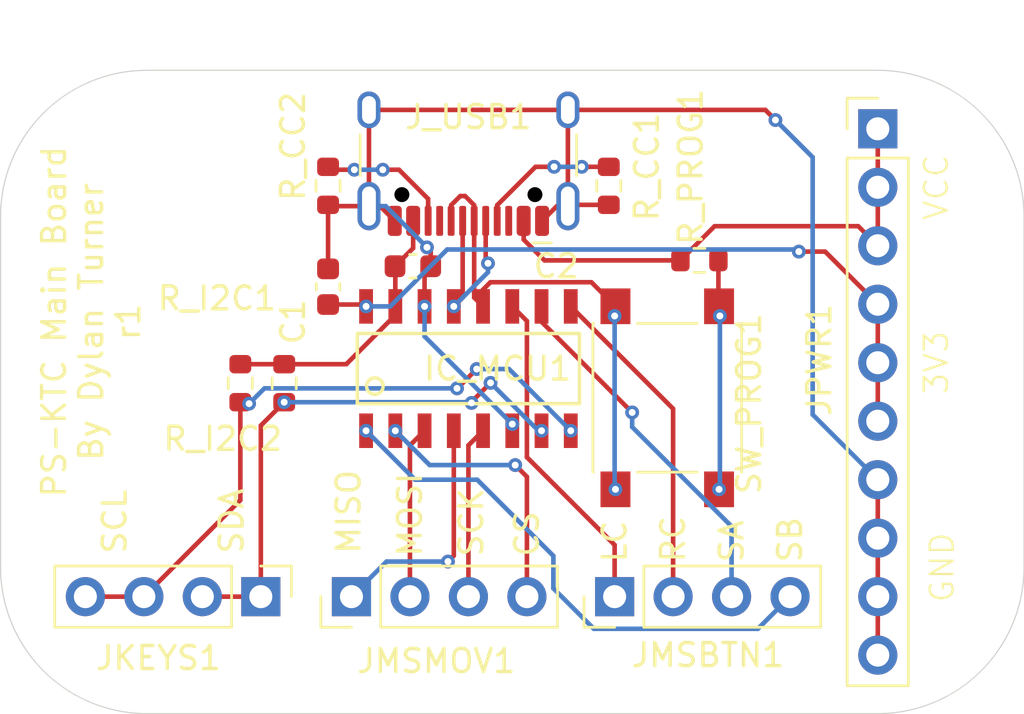
<source format=kicad_pcb>
(kicad_pcb (version 20240108) (generator "pcbnew") (generator_version "8.0")
  (title_block (title "Keyboard/Trackball Combo - Main Board") (date "2024-09-30") (rev "1") (company "Polymath Studio"))
  (layers (0 "F.Cu" signal) (31 "B.Cu" signal) (34 "B.Paste" user) (35 "F.Paste" user) (36 "B.SilkS" user "B.Silkscreen") (37 "F.SilkS" user "F.Silkscreen") (38 "B.Mask" user) (39 "F.Mask" user) (44 "Edge.Cuts" user))
  (net 0 "")
  (net 1 "/3V3")
  (net 2 "GND")
  (net 3 "VCC")
  (net 4 "/USB-")
  (net 5 "/MS_RCLK")
  (net 6 "/MISO")
  (net 7 "/MS_SCRLA")
  (net 8 "/MS_SCRLB")
  (net 9 "/SCK")
  (net 10 "/CS")
  (net 11 "/SDA")
  (net 12 "/MOSI")
  (net 13 "/SCL")
  (net 14 "/MS_LCLK")
  (net 15 "/USB+")
  (net 17 "Net-(J_USB1-CC2)")
  (net 19 "Net-(J_USB1-CC1)")
  (net 20 "Net-(R_PROG1-Pad2)")
  (footprint "Connector_PinHeader_2.54mm:PinHeader_1x04_P2.54mm_Vertical" (layer "F.Cu") (at 146.05 99.06 90)
    (property "Reference" "JMSBTN1" (at -2.54 4.054 180) (layer "F.SilkS"))
    (property "Value" "Conn_01x04_Pin" (hide yes))
    (fp_line (start -1.33 -1.33) (end 0 -1.33) (stroke (width 0.12)) (layer "F.SilkS"))
    (fp_line (start -1.33 0) (end -1.33 -1.33) (stroke (width 0.12)) (layer "F.SilkS"))
    (fp_line (start 1.33 1.27) (end 1.33 8.95) (stroke (width 0.12)) (layer "F.SilkS"))
    (fp_line (start -1.33 1.27) (end 1.33 1.27) (stroke (width 0.12)) (layer "F.SilkS"))
    (fp_line (start -1.33 1.27) (end -1.33 8.95) (stroke (width 0.12)) (layer "F.SilkS"))
    (fp_line (start -1.33 8.95) (end 1.33 8.95) (stroke (width 0.12)) (layer "F.SilkS"))
    (pad "1" thru_hole rect (at 0 0 90) (size 1.7 1.7) (drill 1) (layers "*.Cu" "*.Mask") (net 14 "/MS_LCLK"))
    (pad "2" thru_hole oval (at 0 2.54 90) (size 1.7 1.7) (drill 1) (layers "*.Cu" "*.Mask") (net 5 "/MS_RCLK"))
    (pad "3" thru_hole oval (at 0 5.08 90) (size 1.7 1.7) (drill 1) (layers "*.Cu" "*.Mask") (net 7 "/MS_SCRLA"))
    (pad "4" thru_hole oval (at 0 7.62 90) (size 1.7 1.7) (drill 1) (layers "*.Cu" "*.Mask") (net 8 "/MS_SCRLB"))
  )
  (footprint "Button_Switch_SMD:SW_Push_1P1T_NO_6x6mm_H9.5mm" (layer "F.Cu") (at 148.336 90.424 -90)
    (property "Reference" "SW_PROG1" (at 0.254 -3.556 -90) (layer "F.SilkS"))
    (property "Value" "~")
    (fp_line (start -3.23 3.23) (end 3.23 3.23) (stroke (width 0.12)) (layer "F.SilkS"))
    (fp_line (start -3.23 3.23) (end -3.23 3.2) (stroke (width 0.12)) (layer "F.SilkS"))
    (fp_line (start 3.23 3.23) (end 3.23 3.2) (stroke (width 0.12)) (layer "F.SilkS"))
    (fp_line (start -3.23 -1.3) (end -3.23 1.3) (stroke (width 0.12)) (layer "F.SilkS"))
    (fp_line (start 3.23 -1.3) (end 3.23 1.3) (stroke (width 0.12)) (layer "F.SilkS"))
    (fp_line (start -3.23 -3.2) (end -3.23 -3.23) (stroke (width 0.12)) (layer "F.SilkS"))
    (fp_line (start -3.23 -3.23) (end 3.23 -3.23) (stroke (width 0.12)) (layer "F.SilkS"))
    (fp_line (start 3.23 -3.23) (end 3.23 -3.2) (stroke (width 0.12)) (layer "F.SilkS"))
    (pad "1" smd rect (at -3.975 -2.25 270) (size 1.55 1.3) (layers "F.Cu" "F.Paste" "F.Mask") (net 20 "Net-(R_PROG1-Pad2)"))
    (pad "1" smd rect (at 3.975 -2.25 270) (size 1.55 1.3) (layers "F.Cu" "F.Paste" "F.Mask") (net 20 "Net-(R_PROG1-Pad2)"))
    (pad "2" smd rect (at -3.975 2.25 270) (size 1.55 1.3) (layers "F.Cu" "F.Paste" "F.Mask") (net 15 "/USB+"))
    (pad "2" smd rect (at 3.975 2.25 270) (size 1.55 1.3) (layers "F.Cu" "F.Paste" "F.Mask") (net 15 "/USB+"))
  )
  (footprint "ch552g:SOIC-16_3.9x9.9mm_Pitch1.27mm" (layer "F.Cu") (at 139.7 89.154 90)
    (property "Reference" "IC_MCU1" (at 0 1.27 0) (layer "F.SilkS"))
    (property "Value" "~")
    (fp_line (start 1.524 -4.826) (end -1.524 -4.826) (stroke (width 0.15)) (layer "F.SilkS"))
    (fp_line (start -1.524 -4.826) (end -1.524 4.572) (stroke (width 0.15)) (layer "F.SilkS"))
    (fp_line (start 1.524 4.572) (end 1.524 -4.826) (stroke (width 0.15)) (layer "F.SilkS"))
    (fp_line (start -1.524 4.572) (end -1.524 4.826) (stroke (width 0.15)) (layer "F.SilkS"))
    (fp_line (start 1.524 4.826) (end 1.524 4.572) (stroke (width 0.15)) (layer "F.SilkS"))
    (fp_line (start -1.524 4.826) (end 1.524 4.826) (stroke (width 0.15)) (layer "F.SilkS"))
    (fp_circle (center -0.762 -4.064) (end -0.508 -3.81) (stroke (width 0.15)) (fill none) (layer "F.SilkS"))
    (pad "1" smd rect (at -2.7 -4.445 90) (size 1.5 0.6) (layers "F.Cu" "F.Paste" "F.Mask") (net 8 "/MS_SCRLB"))
    (pad "2" smd rect (at -2.7 -3.175 90) (size 1.5 0.6) (layers "F.Cu" "F.Paste" "F.Mask") (net 10 "/CS"))
    (pad "3" smd rect (at -2.7 -1.905 90) (size 1.5 0.6) (layers "F.Cu" "F.Paste" "F.Mask") (net 12 "/MOSI"))
    (pad "4" smd rect (at -2.7 -0.635 90) (size 1.5 0.6) (layers "F.Cu" "F.Paste" "F.Mask") (net 6 "/MISO"))
    (pad "5" smd rect (at -2.7 0.635 90) (size 1.5 0.6) (layers "F.Cu" "F.Paste" "F.Mask") (net 9 "/SCK"))
    (pad "6" smd rect (at -2.7 1.905 90) (size 1.5 0.6) (layers "F.Cu" "F.Paste" "F.Mask") (net 2 "GND"))
    (pad "7" smd rect (at -2.7 3.175 90) (size 1.5 0.6) (layers "F.Cu" "F.Paste" "F.Mask") (net 11 "/SDA"))
    (pad "8" smd rect (at -2.7 4.445 90) (size 1.5 0.6) (layers "F.Cu" "F.Paste" "F.Mask") (net 13 "/SCL"))
    (pad "9" smd rect (at 2.7 4.445 90) (size 1.5 0.6) (layers "F.Cu" "F.Paste" "F.Mask") (net 5 "/MS_RCLK"))
    (pad "10" smd rect (at 2.7 3.175 90) (size 1.5 0.6) (layers "F.Cu" "F.Paste" "F.Mask") (net 7 "/MS_SCRLA"))
    (pad "11" smd rect (at 2.7 1.905 90) (size 1.5 0.6) (layers "F.Cu" "F.Paste" "F.Mask") (net 14 "/MS_LCLK"))
    (pad "12" smd rect (at 2.7 0.635 90) (size 1.5 0.6) (layers "F.Cu" "F.Paste" "F.Mask") (net 15 "/USB+"))
    (pad "13" smd rect (at 2.7 -0.635 90) (size 1.5 0.6) (layers "F.Cu" "F.Paste" "F.Mask") (net 4 "/USB-"))
    (pad "14" smd rect (at 2.7 -1.905 90) (size 1.5 0.6) (layers "F.Cu" "F.Paste" "F.Mask") (net 2 "GND"))
    (pad "15" smd rect (at 2.7 -3.175 90) (size 1.5 0.6) (layers "F.Cu" "F.Paste" "F.Mask") (net 3 "VCC"))
    (pad "16" smd rect (at 2.7 -4.445 90) (size 1.5 0.6) (layers "F.Cu" "F.Paste" "F.Mask") (net 1 "/3V3"))
  )
  (footprint "Connector_USB:USB_C_Receptacle_HCTL_HC-TYPE-C-16P-01A" (layer "F.Cu") (at 139.7 78.994 180)
    (property "Reference" "J_USB1" (at 0 0.762 0) (layer "F.SilkS"))
    (property "Value" "~")
    (fp_line (start 4.7 -1.78) (end 4.7 0) (stroke (width 0.12)) (layer "F.SilkS"))
    (fp_line (start -2.8 -4.7) (end -3.6 -4.7) (stroke (width 0.12)) (layer "F.SilkS"))
    (fp_line (start -4.7 -1.78) (end -4.7 0) (stroke (width 0.12)) (layer "F.SilkS"))
    (pad "" np_thru_hole circle (at -2.89 -2.605 180) (size 0.65 0.65) (drill 0.65) (layers "*.Mask"))
    (pad "" np_thru_hole circle (at 2.89 -2.605 180) (size 0.65 0.65) (drill 0.65) (layers "*.Mask"))
    (pad "A1" smd roundrect (at -3.2 -3.745 180) (size 0.6 1.3) (layers "F.Cu" "F.Paste" "F.Mask") (net 2 "GND"))
    (pad "A4" smd roundrect (at -2.4 -3.745 180) (size 0.6 1.3) (layers "F.Cu" "F.Paste" "F.Mask") (net 3 "VCC"))
    (pad "A5" smd roundrect (at -1.25 -3.745 180) (size 0.3 1.3) (layers "F.Cu" "F.Paste" "F.Mask") (net 19 "Net-(J_USB1-CC1)"))
    (pad "A6" smd roundrect (at -0.25 -3.745 180) (size 0.3 1.3) (layers "F.Cu" "F.Paste" "F.Mask") (net 15 "/USB+"))
    (pad "A7" smd roundrect (at 0.25 -3.745 180) (size 0.3 1.3) (layers "F.Cu" "F.Paste" "F.Mask") (net 4 "/USB-"))
    (pad "A8" smd roundrect (at 1.25 -3.745 180) (size 0.3 1.3) (layers "F.Cu" "F.Paste" "F.Mask"))
    (pad "A9" smd roundrect (at 2.4 -3.745 180) (size 0.6 1.3) (layers "F.Cu" "F.Paste" "F.Mask") (net 3 "VCC"))
    (pad "A12" smd roundrect (at 3.2 -3.745 180) (size 0.6 1.3) (layers "F.Cu" "F.Paste" "F.Mask") (net 2 "GND"))
    (pad "B1" smd roundrect (at 3.2 -3.745 180) (size 0.6 1.3) (layers "F.Cu" "F.Paste" "F.Mask") (net 2 "GND"))
    (pad "B4" smd roundrect (at 2.4 -3.745 180) (size 0.6 1.3) (layers "F.Cu" "F.Paste" "F.Mask") (net 3 "VCC"))
    (pad "B5" smd roundrect (at 1.75 -3.745 180) (size 0.3 1.3) (layers "F.Cu" "F.Paste" "F.Mask") (net 17 "Net-(J_USB1-CC2)"))
    (pad "B6" smd roundrect (at 0.75 -3.745 180) (size 0.3 1.3) (layers "F.Cu" "F.Paste" "F.Mask") (net 15 "/USB+"))
    (pad "B7" smd roundrect (at -0.75 -3.745 180) (size 0.3 1.3) (layers "F.Cu" "F.Paste" "F.Mask") (net 4 "/USB-"))
    (pad "B8" smd roundrect (at -1.75 -3.745 180) (size 0.3 1.3) (layers "F.Cu" "F.Paste" "F.Mask"))
    (pad "B9" smd roundrect (at -2.4 -3.745 180) (size 0.6 1.3) (layers "F.Cu" "F.Paste" "F.Mask") (net 3 "VCC"))
    (pad "B12" smd roundrect (at -3.2 -3.745 180) (size 0.6 1.3) (layers "F.Cu" "F.Paste" "F.Mask") (net 2 "GND"))
    (pad "S1" thru_hole oval (at -4.32 -3.105 180) (size 1 2.1) (drill oval 0.6 1.7) (layers "*.Cu" "*.Mask") (net 2 "GND"))
    (pad "S1" thru_hole oval (at -4.32 1.075 180) (size 1 1.6) (drill oval 0.6 1.2) (layers "*.Cu" "*.Mask") (net 2 "GND"))
    (pad "S1" thru_hole oval (at 4.32 -3.105 180) (size 1 2.1) (drill oval 0.6 1.7) (layers "*.Cu" "*.Mask") (net 2 "GND"))
    (pad "S1" thru_hole oval (at 4.32 1.075 180) (size 1 1.6) (drill oval 0.6 1.2) (layers "*.Cu" "*.Mask") (net 2 "GND"))
  )
  (footprint "Resistor_SMD:R_0603_1608Metric" (layer "F.Cu") (at 149.733 84.455)
    (property "Reference" "R_PROG1" (at -0.381 -4.064 90) (layer "F.SilkS"))
    (property "Value" "10k")
    (fp_line (start -0.237258 -0.5225) (end 0.237258 -0.5225) (stroke (width 0.12)) (layer "F.SilkS"))
    (fp_line (start -0.237258 0.5225) (end 0.237258 0.5225) (stroke (width 0.12)) (layer "F.SilkS"))
    (pad "1" smd roundrect (at -0.825 0) (size 0.8 0.95) (layers "F.Cu" "F.Paste" "F.Mask") (net 3 "VCC"))
    (pad "2" smd roundrect (at 0.825 0) (size 0.8 0.95) (layers "F.Cu" "F.Paste" "F.Mask") (net 20 "Net-(R_PROG1-Pad2)"))
  )
  (footprint "Resistor_SMD:R_0603_1608Metric" (layer "F.Cu") (at 133.604 81.217 -90)
    (property "Reference" "R_CC2" (at -1.715 1.524 90) (layer "F.SilkS"))
    (property "Value" "5.1k")
    (fp_line (start -0.237258 0.5225) (end 0.237258 0.5225) (stroke (width 0.12)) (layer "F.SilkS"))
    (fp_line (start -0.237258 -0.5225) (end 0.237258 -0.5225) (stroke (width 0.12)) (layer "F.SilkS"))
    (pad "1" smd roundrect (at -0.825 0 270) (size 0.8 0.95) (layers "F.Cu" "F.Paste" "F.Mask") (net 17 "Net-(J_USB1-CC2)"))
    (pad "2" smd roundrect (at 0.825 0 270) (size 0.8 0.95) (layers "F.Cu" "F.Paste" "F.Mask") (net 2 "GND"))
  )
  (footprint "Connector_PinHeader_2.54mm:PinHeader_1x04_P2.54mm_Vertical" (layer "F.Cu") (at 134.62 99.06 90)
    (property "Reference" "JMSMOV1" (at -2.794 3.683 180) (layer "F.SilkS"))
    (property "Value" "Conn_01x04_Pin" (hide yes))
    (fp_line (start -1.33 -1.33) (end 0 -1.33) (stroke (width 0.12)) (layer "F.SilkS"))
    (fp_line (start -1.33 0) (end -1.33 -1.33) (stroke (width 0.12)) (layer "F.SilkS"))
    (fp_line (start 1.33 1.27) (end 1.33 8.95) (stroke (width 0.12)) (layer "F.SilkS"))
    (fp_line (start -1.33 1.27) (end 1.33 1.27) (stroke (width 0.12)) (layer "F.SilkS"))
    (fp_line (start -1.33 1.27) (end -1.33 8.95) (stroke (width 0.12)) (layer "F.SilkS"))
    (fp_line (start -1.33 8.95) (end 1.33 8.95) (stroke (width 0.12)) (layer "F.SilkS"))
    (pad "1" thru_hole rect (at 0 0 90) (size 1.7 1.7) (drill 1) (layers "*.Cu" "*.Mask") (net 6 "/MISO"))
    (pad "2" thru_hole oval (at 0 2.54 90) (size 1.7 1.7) (drill 1) (layers "*.Cu" "*.Mask") (net 12 "/MOSI"))
    (pad "3" thru_hole oval (at 0 5.08 90) (size 1.7 1.7) (drill 1) (layers "*.Cu" "*.Mask") (net 9 "/SCK"))
    (pad "4" thru_hole oval (at 0 7.62 90) (size 1.7 1.7) (drill 1) (layers "*.Cu" "*.Mask") (net 10 "/CS"))
  )
  (footprint "Resistor_SMD:R_0603_1608Metric" (layer "F.Cu") (at 131.699 89.789 -90)
    (property "Reference" "R_I2C1" (at -3.683 2.921 180) (layer "F.SilkS"))
    (property "Value" "1-10k")
    (fp_line (start -0.237258 0.5225) (end 0.237258 0.5225) (stroke (width 0.12)) (layer "F.SilkS"))
    (fp_line (start -0.237258 -0.5225) (end 0.237258 -0.5225) (stroke (width 0.12)) (layer "F.SilkS"))
    (pad "1" smd roundrect (at -0.825 0 270) (size 0.8 0.95) (layers "F.Cu" "F.Paste" "F.Mask") (net 3 "VCC"))
    (pad "2" smd roundrect (at 0.825 0 270) (size 0.8 0.95) (layers "F.Cu" "F.Paste" "F.Mask") (net 11 "/SDA"))
  )
  (footprint "Resistor_SMD:R_0603_1608Metric" (layer "F.Cu") (at 145.796 81.217 -90)
    (property "Reference" "R_CC1" (at -0.826 -1.651 90) (layer "F.SilkS"))
    (property "Value" "5.1k")
    (fp_line (start -0.237258 0.5225) (end 0.237258 0.5225) (stroke (width 0.12)) (layer "F.SilkS"))
    (fp_line (start -0.237258 -0.5225) (end 0.237258 -0.5225) (stroke (width 0.12)) (layer "F.SilkS"))
    (pad "1" smd roundrect (at -0.825 0 270) (size 0.8 0.95) (layers "F.Cu" "F.Paste" "F.Mask") (net 19 "Net-(J_USB1-CC1)"))
    (pad "2" smd roundrect (at 0.825 0 270) (size 0.8 0.95) (layers "F.Cu" "F.Paste" "F.Mask") (net 2 "GND"))
  )
  (footprint "Connector_PinHeader_2.54mm:PinHeader_1x10_P2.54mm_Vertical" (layer "F.Cu") (at 157.48 78.74)
    (property "Reference" "JPWR1" (at -2.54 10.033 90) (layer "F.SilkS"))
    (property "Value" "~" (hide yes))
    (fp_line (start -1.33 -1.33) (end 0 -1.33) (stroke (width 0.12)) (layer "F.SilkS"))
    (fp_line (start -1.33 0) (end -1.33 -1.33) (stroke (width 0.12)) (layer "F.SilkS"))
    (fp_line (start -1.33 1.27) (end -1.33 24.19) (stroke (width 0.12)) (layer "F.SilkS"))
    (fp_line (start -1.33 1.27) (end 1.33 1.27) (stroke (width 0.12)) (layer "F.SilkS"))
    (fp_line (start -1.33 24.19) (end 1.33 24.19) (stroke (width 0.12)) (layer "F.SilkS"))
    (fp_line (start 1.33 1.27) (end 1.33 24.19) (stroke (width 0.12)) (layer "F.SilkS"))
    (pad "1" thru_hole rect (at 0 0) (size 1.7 1.7) (drill 1) (layers "*.Cu" "*.Mask") (net 3 "VCC"))
    (pad "2" thru_hole oval (at 0 2.54) (size 1.7 1.7) (drill 1) (layers "*.Cu" "*.Mask") (net 3 "VCC"))
    (pad "3" thru_hole oval (at 0 5.08) (size 1.7 1.7) (drill 1) (layers "*.Cu" "*.Mask") (net 3 "VCC"))
    (pad "4" thru_hole oval (at 0 7.62) (size 1.7 1.7) (drill 1) (layers "*.Cu" "*.Mask") (net 1 "/3V3"))
    (pad "5" thru_hole oval (at 0 10.16) (size 1.7 1.7) (drill 1) (layers "*.Cu" "*.Mask") (net 1 "/3V3"))
    (pad "6" thru_hole oval (at 0 12.7) (size 1.7 1.7) (drill 1) (layers "*.Cu" "*.Mask") (net 1 "/3V3"))
    (pad "7" thru_hole oval (at 0 15.24) (size 1.7 1.7) (drill 1) (layers "*.Cu" "*.Mask") (net 2 "GND"))
    (pad "8" thru_hole oval (at 0 17.78) (size 1.7 1.7) (drill 1) (layers "*.Cu" "*.Mask") (net 2 "GND"))
    (pad "9" thru_hole oval (at 0 20.32) (size 1.7 1.7) (drill 1) (layers "*.Cu" "*.Mask") (net 2 "GND"))
    (pad "10" thru_hole oval (at 0 22.86) (size 1.7 1.7) (drill 1) (layers "*.Cu" "*.Mask") (net 2 "GND"))
  )
  (footprint "Connector_PinHeader_2.54mm:PinHeader_1x04_P2.54mm_Vertical" (layer "F.Cu") (at 130.683 99.06 -90)
    (property "Reference" "JKEYS1" (at 2.667 4.445 180) (layer "F.SilkS"))
    (property "Value" "~")
    (fp_line (start -1.33 8.95) (end 1.33 8.95) (stroke (width 0.12)) (layer "F.SilkS"))
    (fp_line (start -1.33 1.27) (end -1.33 8.95) (stroke (width 0.12)) (layer "F.SilkS"))
    (fp_line (start -1.33 1.27) (end 1.33 1.27) (stroke (width 0.12)) (layer "F.SilkS"))
    (fp_line (start 1.33 1.27) (end 1.33 8.95) (stroke (width 0.12)) (layer "F.SilkS"))
    (fp_line (start -1.33 0) (end -1.33 -1.33) (stroke (width 0.12)) (layer "F.SilkS"))
    (fp_line (start -1.33 -1.33) (end 0 -1.33) (stroke (width 0.12)) (layer "F.SilkS"))
    (pad "1" thru_hole rect (at 0 0 270) (size 1.7 1.7) (drill 1) (layers "*.Cu" "*.Mask") (net 11 "/SDA"))
    (pad "2" thru_hole oval (at 0 2.54 270) (size 1.7 1.7) (drill 1) (layers "*.Cu" "*.Mask") (net 11 "/SDA"))
    (pad "3" thru_hole oval (at 0 5.08 270) (size 1.7 1.7) (drill 1) (layers "*.Cu" "*.Mask") (net 13 "/SCL"))
    (pad "4" thru_hole oval (at 0 7.62 270) (size 1.7 1.7) (drill 1) (layers "*.Cu" "*.Mask") (net 13 "/SCL"))
  )
  (footprint "Capacitor_SMD:C_0603_1608Metric" (layer "F.Cu") (at 133.604 85.598 90)
    (property "Reference" "C1" (at -1.524 -1.524 90) (layer "F.SilkS"))
    (property "Value" "100n")
    (fp_line (start -0.14058 -0.51) (end 0.14058 -0.51) (stroke (width 0.12)) (layer "F.SilkS"))
    (fp_line (start -0.14058 0.51) (end 0.14058 0.51) (stroke (width 0.12)) (layer "F.SilkS"))
    (pad "1" smd roundrect (at -0.775 0 90) (size 0.9 0.95) (layers "F.Cu" "F.Paste" "F.Mask") (net 1 "/3V3"))
    (pad "2" smd roundrect (at 0.775 0 90) (size 0.9 0.95) (layers "F.Cu" "F.Paste" "F.Mask") (net 2 "GND"))
  )
  (footprint "Capacitor_SMD:C_0603_1608Metric" (layer "F.Cu") (at 137.287 84.709)
    (property "Reference" "C2" (at 6.223 0 0) (layer "F.SilkS"))
    (property "Value" "100n")
    (fp_line (start -0.14058 -0.51) (end 0.14058 -0.51) (stroke (width 0.12)) (layer "F.SilkS"))
    (fp_line (start -0.14058 0.51) (end 0.14058 0.51) (stroke (width 0.12)) (layer "F.SilkS"))
    (pad "1" smd roundrect (at -0.775 0) (size 0.9 0.95) (layers "F.Cu" "F.Paste" "F.Mask") (net 3 "VCC"))
    (pad "2" smd roundrect (at 0.775 0) (size 0.9 0.95) (layers "F.Cu" "F.Paste" "F.Mask") (net 2 "GND"))
  )
  (footprint "Resistor_SMD:R_0603_1608Metric" (layer "F.Cu") (at 129.794 89.789 -90)
    (property "Reference" "R_I2C2" (at 2.413 0.762 180) (layer "F.SilkS"))
    (property "Value" "1-10k")
    (fp_line (start -0.237258 0.5225) (end 0.237258 0.5225) (stroke (width 0.12)) (layer "F.SilkS"))
    (fp_line (start -0.237258 -0.5225) (end 0.237258 -0.5225) (stroke (width 0.12)) (layer "F.SilkS"))
    (pad "1" smd roundrect (at -0.825 0 270) (size 0.8 0.95) (layers "F.Cu" "F.Paste" "F.Mask") (net 3 "VCC"))
    (pad "2" smd roundrect (at 0.825 0 270) (size 0.8 0.95) (layers "F.Cu" "F.Paste" "F.Mask") (net 13 "/SCL"))
  )
  (gr_line (start 125.73 104.14) (end 157.48 104.14) (stroke (width 0.05)) (layer "Edge.Cuts"))
  (gr_arc (start 157.48 76.2) (mid 161.970128 78.059872) (end 163.83 82.55) (stroke (width 0.05)) (layer "Edge.Cuts"))
  (gr_arc (start 125.73 104.14) (mid 121.239872 102.280128) (end 119.38 97.79) (stroke (width 0.05)) (layer "Edge.Cuts"))
  (gr_line (start 125.73 76.2) (end 157.48 76.2) (stroke (width 0.05)) (layer "Edge.Cuts"))
  (gr_arc (start 119.38 82.55) (mid 121.239872 78.059872) (end 125.73 76.2) (stroke (width 0.05)) (layer "Edge.Cuts"))
  (gr_arc (start 163.83 97.79) (mid 161.970128 102.280128) (end 157.48 104.14) (stroke (width 0.05)) (layer "Edge.Cuts"))
  (gr_line (start 163.83 82.55) (end 163.83 97.79) (stroke (width 0.05)) (layer "Edge.Cuts"))
  (gr_line (start 119.38 97.79) (end 119.38 82.55) (stroke (width 0.05)) (layer "Edge.Cuts"))
  (gr_text "SA" (at 151.13 97.663 90) (layer "F.SilkS") (effects (font (size 1 1)) (justify left)))
  (gr_text "PS-KTC Main Board\nBy Dylan Turner\nr1" (at 123.317 87.122 90) (layer "F.SilkS") (effects (font (size 1 1))))
  (gr_text "GND" (at 160.274 97.79 90) (layer "F.SilkS") (effects (font (size 1 1) (thickness 0.1))))
  (gr_text "SCL" (at 124.333 97.282 90) (layer "F.SilkS") (effects (font (size 1 1)) (justify left)))
  (gr_text "SCK" (at 139.827 97.409 90) (layer "F.SilkS") (effects (font (size 1 1)) (justify left)))
  (gr_text "3V3" (at 160.02 88.9 90) (layer "F.SilkS") (effects (font (size 1 1) (thickness 0.1))))
  (gr_text "VCC" (at 160.02 81.28 90) (layer "F.SilkS") (effects (font (size 1 1) (thickness 0.1))))
  (gr_text "SB" (at 153.67 97.663 90) (layer "F.SilkS") (effects (font (size 1 1)) (justify left)))
  (gr_text "SDA" (at 129.413 97.282 90) (layer "F.SilkS") (effects (font (size 1 1)) (justify left)))
  (gr_text "MISO" (at 134.493 97.282 90) (layer "F.SilkS") (effects (font (size 1 1)) (justify left)))
  (gr_text "MOSI" (at 137.16 97.409 90) (layer "F.SilkS") (effects (font (size 1 1)) (justify left)))
  (gr_text "LC" (at 146.05 97.663 90) (layer "F.SilkS") (effects (font (size 1 1)) (justify left)))
  (gr_text "RC" (at 148.59 97.663 90) (layer "F.SilkS") (effects (font (size 1 1)) (justify left)))
  (gr_text "CS" (at 142.24 97.409 90) (layer "F.SilkS") (effects (font (size 1 1)) (justify left)))
  (segment (start 157.48 86.36) (end 155.194 84.074) (width 0.2) (layer "F.Cu") (net 1))
  (segment (start 133.604 86.373) (end 135.174 86.373) (width 0.2) (layer "F.Cu") (net 1))
  (segment (start 135.174 86.373) (end 135.255 86.454) (width 0.2) (layer "F.Cu") (net 1))
  (segment (start 157.48 86.36) (end 157.48 88.9) (width 0.2) (layer "F.Cu") (net 1))
  (segment (start 157.48 88.9) (end 157.48 91.44) (width 0.2) (layer "F.Cu") (net 1))
  (segment (start 155.194 84.074) (end 154.051 84.074) (width 0.2) (layer "F.Cu") (net 1))
  (via (at 154.051 84.074) (size 0.6) (drill 0.3) (layers "F.Cu" "B.Cu") (net 1))
  (via (at 135.255 86.454) (size 0.6) (drill 0.3) (layers "F.Cu" "B.Cu") (net 1))
  (segment (start 153.959 83.982) (end 138.776 83.982) (width 0.2) (layer "B.Cu") (net 1))
  (segment (start 136.304 86.454) (end 135.255 86.454) (width 0.2) (layer "B.Cu") (net 1))
  (segment (start 154.051 84.074) (end 153.959 83.982) (width 0.2) (layer "B.Cu") (net 1))
  (segment (start 138.776 83.982) (end 136.304 86.454) (width 0.2) (layer "B.Cu") (net 1))
  (segment (start 157.48 96.52) (end 157.48 99.06) (width 0.2) (layer "F.Cu") (net 2))
  (segment (start 144.02 77.919) (end 144.02 82.099) (width 0.2) (layer "F.Cu") (net 2))
  (segment (start 135.86 82.099) (end 135.38 81.619) (width 0.2) (layer "F.Cu") (net 2))
  (segment (start 138.062 84.709) (end 138.062 84.051) (width 0.2) (layer "F.Cu") (net 2))
  (segment (start 133.604 82.042) (end 133.604 84.823) (width 0.2) (layer "F.Cu") (net 2))
  (segment (start 137.795 86.454) (end 137.795 84.976) (width 0.2) (layer "F.Cu") (net 2))
  (segment (start 144.077 82.042) (end 144.02 82.099) (width 0.2) (layer "F.Cu") (net 2))
  (segment (start 153.035 78.359) (end 152.595 77.919) (width 0.2) (layer "F.Cu") (net 2))
  (segment (start 157.48 93.98) (end 157.48 96.52) (width 0.2) (layer "F.Cu") (net 2))
  (segment (start 143.54 82.099) (end 142.9 82.739) (width 0.2) (layer "F.Cu") (net 2))
  (segment (start 135.38 81.619) (end 135.38 77.919) (width 0.2) (layer "F.Cu") (net 2))
  (segment (start 152.595 77.919) (end 144.02 77.919) (width 0.2) (layer "F.Cu") (net 2))
  (segment (start 157.48 101.6) (end 157.48 99.06) (width 0.2) (layer "F.Cu") (net 2))
  (segment (start 135.38 77.919) (end 144.02 77.919) (width 0.2) (layer "F.Cu") (net 2))
  (segment (start 135.38 82.099) (end 135.86 82.099) (width 0.2) (layer "F.Cu") (net 2))
  (segment (start 135.38 82.099) (end 133.661 82.099) (width 0.2) (layer "F.Cu") (net 2))
  (segment (start 144.02 82.099) (end 143.54 82.099) (width 0.2) (layer "F.Cu") (net 2))
  (segment (start 141.605 91.854) (end 141.605 91.567) (width 0.2) (layer "F.Cu") (net 2))
  (segment (start 135.86 82.099) (end 136.5 82.739) (width 0.2) (layer "F.Cu") (net 2))
  (segment (start 133.661 82.099) (end 133.604 82.042) (width 0.2) (layer "F.Cu") (net 2))
  (segment (start 138.062 84.051) (end 137.9 83.889) (width 0.2) (layer "F.Cu") (net 2))
  (segment (start 145.796 82.042) (end 144.077 82.042) (width 0.2) (layer "F.Cu") (net 2))
  (segment (start 137.795 84.976) (end 138.062 84.709) (width 0.2) (layer "F.Cu") (net 2))
  (via (at 153.035 78.359) (size 0.6) (drill 0.3) (layers "F.Cu" "B.Cu") (net 2))
  (via (at 141.605 91.567) (size 0.6) (drill 0.3) (layers "F.Cu" "B.Cu") (net 2))
  (via (at 137.9 83.889) (size 0.6) (drill 0.3) (layers "F.Cu" "B.Cu") (net 2))
  (via (at 137.795 86.454) (size 0.6) (drill 0.3) (layers "F.Cu" "B.Cu") (net 2))
  (segment (start 157.48 93.98) (end 154.651 91.151) (width 0.2) (layer "B.Cu") (net 2))
  (segment (start 154.651 79.975) (end 153.035 78.359) (width 0.2) (layer "B.Cu") (net 2))
  (segment (start 141.605 91.567) (end 137.795 87.757) (width 0.2) (layer "B.Cu") (net 2))
  (segment (start 154.651 91.151) (end 154.651 79.975) (width 0.2) (layer "B.Cu") (net 2))
  (segment (start 136.11 82.099) (end 135.38 82.099) (width 0.2) (layer "B.Cu") (net 2))
  (segment (start 137.795 87.757) (end 137.795 86.454) (width 0.2) (layer "B.Cu") (net 2))
  (segment (start 137.9 83.889) (end 136.11 82.099) (width 0.2) (layer "B.Cu") (net 2))
  (segment (start 142.1 83.553) (end 142.1 82.739) (width 0.2) (layer "F.Cu") (net 3))
  (segment (start 157.48 81.28) (end 157.48 83.82) (width 0.2) (layer "F.Cu") (net 3))
  (segment (start 137.3 83.921) (end 137.3 82.739) (width 0.2) (layer "F.Cu") (net 3))
  (segment (start 136.512 84.709) (end 137.3 83.921) (width 0.2) (layer "F.Cu") (net 3))
  (segment (start 136.525 86.834) (end 136.525 86.454) (width 0.2) (layer "F.Cu") (net 3))
  (segment (start 150.393 82.97) (end 148.908 84.455) (width 0.2) (layer "F.Cu") (net 3))
  (segment (start 131.699 88.964) (end 134.395 88.964) (width 0.2) (layer "F.Cu") (net 3))
  (segment (start 148.908 84.455) (end 143.002 84.455) (width 0.2) (layer "F.Cu") (net 3))
  (segment (start 156.63 82.97) (end 150.393 82.97) (width 0.2) (layer "F.Cu") (net 3))
  (segment (start 157.48 83.82) (end 156.63 82.97) (width 0.2) (layer "F.Cu") (net 3))
  (segment (start 136.525 86.454) (end 136.525 84.722) (width 0.2) (layer "F.Cu") (net 3))
  (segment (start 143.002 84.455) (end 142.1 83.553) (width 0.2) (layer "F.Cu") (net 3))
  (segment (start 131.699 88.964) (end 129.794 88.964) (width 0.2) (layer "F.Cu") (net 3))
  (segment (start 157.48 78.74) (end 157.48 81.28) (width 0.2) (layer "F.Cu") (net 3))
  (segment (start 134.395 88.964) (end 136.525 86.834) (width 0.2) (layer "F.Cu") (net 3))
  (segment (start 136.525 84.722) (end 136.512 84.709) (width 0.2) (layer "F.Cu") (net 3))
  (segment (start 139.45 86.069) (end 139.065 86.454) (width 0.2) (layer "F.Cu") (net 4))
  (segment (start 140.45 82.739) (end 140.45 84.482) (width 0.2) (layer "F.Cu") (net 4))
  (segment (start 140.45 84.482) (end 140.55 84.582) (width 0.2) (layer "F.Cu") (net 4))
  (segment (start 139.45 82.739) (end 139.45 86.069) (width 0.2) (layer "F.Cu") (net 4))
  (via (at 139.065 86.454) (size 0.6) (drill 0.3) (layers "F.Cu" "B.Cu") (net 4))
  (via (at 140.55 84.582) (size 0.6) (drill 0.3) (layers "F.Cu" "B.Cu") (net 4))
  (segment (start 140.55 84.582) (end 140.55 84.969) (width 0.2) (layer "B.Cu") (net 4))
  (segment (start 140.55 84.969) (end 139.065 86.454) (width 0.2) (layer "B.Cu") (net 4))
  (segment (start 148.59 99.06) (end 148.59 90.899) (width 0.2) (layer "F.Cu") (net 5))
  (segment (start 148.59 90.899) (end 144.145 86.454) (width 0.2) (layer "F.Cu") (net 5))
  (segment (start 139.065 97.282) (end 138.811 97.536) (width 0.2) (layer "F.Cu") (net 6))
  (segment (start 139.065 91.854) (end 139.065 97.282) (width 0.2) (layer "F.Cu") (net 6))
  (via (at 138.811 97.536) (size 0.6) (drill 0.3) (layers "F.Cu" "B.Cu") (net 6))
  (segment (start 138.811 97.536) (end 136.144 97.536) (width 0.2) (layer "B.Cu") (net 6))
  (segment (start 136.144 97.536) (end 134.62 99.06) (width 0.2) (layer "B.Cu") (net 6))
  (segment (start 146.812 91.059) (end 142.875 87.122) (width 0.2) (layer "F.Cu") (net 7))
  (segment (start 142.875 87.122) (end 142.875 86.454) (width 0.2) (layer "F.Cu") (net 7))
  (via (at 146.812 91.059) (size 0.6) (drill 0.3) (layers "F.Cu" "B.Cu") (net 7))
  (segment (start 146.812 91.694) (end 146.812 91.059) (width 0.2) (layer "B.Cu") (net 7))
  (segment (start 151.13 99.06) (end 151.13 96.012) (width 0.2) (layer "B.Cu") (net 7))
  (segment (start 151.13 96.012) (end 146.812 91.694) (width 0.2) (layer "B.Cu") (net 7))
  (via (at 135.255 91.854) (size 0.6) (drill 0.3) (layers "F.Cu" "B.Cu") (net 8))
  (segment (start 137.381 93.98) (end 135.255 91.854) (width 0.2) (layer "B.Cu") (net 8))
  (segment (start 140.081 93.98) (end 137.381 93.98) (width 0.2) (layer "B.Cu") (net 8))
  (segment (start 145.147 100.457) (end 143.39 98.7) (width 0.2) (layer "B.Cu") (net 8))
  (segment (start 153.67 99.06) (end 152.273 100.457) (width 0.2) (layer "B.Cu") (net 8))
  (segment (start 152.273 100.457) (end 145.147 100.457) (width 0.2) (layer "B.Cu") (net 8))
  (segment (start 143.39 97.289) (end 140.081 93.98) (width 0.2) (layer "B.Cu") (net 8))
  (segment (start 143.39 98.7) (end 143.39 97.289) (width 0.2) (layer "B.Cu") (net 8))
  (segment (start 139.7 99.06) (end 139.7 92.489) (width 0.2) (layer "F.Cu") (net 9))
  (segment (start 139.7 92.489) (end 140.335 91.854) (width 0.2) (layer "F.Cu") (net 9))
  (segment (start 142.24 99.06) (end 142.24 93.853) (width 0.2) (layer "F.Cu") (net 10))
  (segment (start 142.24 93.853) (end 141.732 93.345) (width 0.2) (layer "F.Cu") (net 10))
  (via (at 136.525 91.854) (size 0.6) (drill 0.3) (layers "F.Cu" "B.Cu") (net 10))
  (via (at 141.732 93.345) (size 0.6) (drill 0.3) (layers "F.Cu" "B.Cu") (net 10))
  (segment (start 138.016 93.345) (end 136.525 91.854) (width 0.2) (layer "B.Cu") (net 10))
  (segment (start 141.732 93.345) (end 138.016 93.345) (width 0.2) (layer "B.Cu") (net 10))
  (segment (start 131.699 90.614) (end 131.699 90.551) (width 0.2) (layer "F.Cu") (net 11))
  (segment (start 139.835148 90.59985) (end 140.660763 89.774235) (width 0.2) (layer "F.Cu") (net 11))
  (segment (start 130.683 91.63) (end 131.699 90.614) (width 0.2) (layer "F.Cu") (net 11))
  (segment (start 128.143 99.06) (end 130.683 99.06) (width 0.2) (layer "F.Cu") (net 11))
  (segment (start 130.683 99.06) (end 130.683 91.63) (width 0.2) (layer "F.Cu") (net 11))
  (segment (start 139.835148 90.645678) (end 139.835148 90.59985) (width 0.2) (layer "F.Cu") (net 11))
  (segment (start 142.875 91.404) (end 142.875 91.854) (width 0.2) (layer "F.Cu") (net 11))
  (via (at 139.835148 90.645678) (size 0.6) (drill 0.3) (layers "F.Cu" "B.Cu") (net 11))
  (via (at 142.875 91.854) (size 0.6) (drill 0.3) (layers "F.Cu" "B.Cu") (net 11))
  (via (at 131.699 90.614) (size 0.6) (drill 0.3) (layers "F.Cu" "B.Cu") (net 11))
  (via (at 140.660763 89.774235) (size 0.6) (drill 0.3) (layers "F.Cu" "B.Cu") (net 11))
  (segment (start 131.699 90.614) (end 139.80347 90.614) (width 0.2) (layer "B.Cu") (net 11))
  (segment (start 140.660763 89.774235) (end 142.740528 91.854) (width 0.2) (layer "B.Cu") (net 11))
  (segment (start 139.80347 90.614) (end 139.835148 90.645678) (width 0.2) (layer "B.Cu") (net 11))
  (segment (start 142.740528 91.854) (end 142.875 91.854) (width 0.2) (layer "B.Cu") (net 11))
  (segment (start 137.16 99.06) (end 137.16 92.489) (width 0.2) (layer "F.Cu") (net 12))
  (segment (start 137.16 92.489) (end 137.795 91.854) (width 0.2) (layer "F.Cu") (net 12))
  (segment (start 130.111 90.614) (end 130.175 90.678) (width 0.2) (layer "F.Cu") (net 13))
  (segment (start 129.794 94.869) (end 125.603 99.06) (width 0.2) (layer "F.Cu") (net 13))
  (segment (start 129.794 90.614) (end 129.794 94.869) (width 0.2) (layer "F.Cu") (net 13))
  (segment (start 139.221 90.014) (end 139.203472 90.014) (width 0.2) (layer "F.Cu") (net 13))
  (segment (start 123.063 99.06) (end 125.603 99.06) (width 0.2) (layer "F.Cu") (net 13))
  (segment (start 140.060765 89.174235) (end 139.221 90.014) (width 0.2) (layer "F.Cu") (net 13))
  (segment (start 129.794 90.614) (end 130.111 90.614) (width 0.2) (layer "F.Cu") (net 13))
  (via (at 140.060765 89.174235) (size 0.6) (drill 0.3) (layers "F.Cu" "B.Cu") (net 13))
  (via (at 144.145 91.854) (size 0.6) (drill 0.3) (layers "F.Cu" "B.Cu") (net 13))
  (via (at 130.175 90.678) (size 0.6) (drill 0.3) (layers "F.Cu" "B.Cu") (net 13))
  (via (at 139.203472 90.014) (size 0.6) (drill 0.3) (layers "F.Cu" "B.Cu") (net 13))
  (segment (start 140.060765 89.174235) (end 141.465235 89.174235) (width 0.2) (layer "B.Cu") (net 13))
  (segment (start 130.175 90.678) (end 130.839 90.014) (width 0.2) (layer "B.Cu") (net 13))
  (segment (start 130.839 90.014) (end 139.203472 90.014) (width 0.2) (layer "B.Cu") (net 13))
  (segment (start 141.465235 89.174235) (end 144.145 91.854) (width 0.2) (layer "B.Cu") (net 13))
  (segment (start 146.05 99.06) (end 146.05 96.814471) (width 0.2) (layer "F.Cu") (net 14))
  (segment (start 146.05 96.814471) (end 142.24 93.004471) (width 0.2) (layer "F.Cu") (net 14))
  (segment (start 142.24 87.089) (end 141.605 86.454) (width 0.2) (layer "F.Cu") (net 14))
  (segment (start 142.24 93.004471) (end 142.24 87.089) (width 0.2) (layer "F.Cu") (net 14))
  (segment (start 140.335 85.725) (end 140.335 86.454) (width 0.2) (layer "F.Cu") (net 15))
  (segment (start 139.95 82.05659) (end 139.95 82.739) (width 0.2) (layer "F.Cu") (net 15))
  (segment (start 139.55441 81.661) (end 139.95 82.05659) (width 0.2) (layer "F.Cu") (net 15))
  (segment (start 145.041 85.404) (end 140.656 85.404) (width 0.2) (layer "F.Cu") (net 15))
  (segment (start 139.95 86.069) (end 140.335 86.454) (width 0.2) (layer "F.Cu") (net 15))
  (segment (start 146.086 86.449) (end 146.086 86.832) (width 0.2) (layer "F.Cu") (net 15))
  (segment (start 146.086 86.832) (end 146.05 86.868) (width 0.2) (layer "F.Cu") (net 15))
  (segment (start 138.95 82.739) (end 138.95 82.05659) (width 0.2) (layer "F.Cu") (net 15))
  (segment (start 146.086 86.449) (end 145.041 85.404) (width 0.2) (layer "F.Cu") (net 15))
  (segment (start 139.95 82.739) (end 139.95 86.069) (width 0.2) (layer "F.Cu") (net 15))
  (segment (start 138.95 82.05659) (end 139.34559 81.661) (width 0.2) (layer "F.Cu") (net 15))
  (segment (start 139.34559 81.661) (end 139.55441 81.661) (width 0.2) (layer "F.Cu") (net 15))
  (segment (start 140.656 85.404) (end 140.335 85.725) (width 0.2) (layer "F.Cu") (net 15))
  (via (at 146.05 86.868) (size 0.6) (drill 0.3) (layers "F.Cu" "B.Cu") (net 15))
  (via (at 146.086 94.399) (size 0.6) (drill 0.3) (layers "F.Cu" "B.Cu") (net 15))
  (segment (start 146.05 86.868) (end 146.05 94.363) (width 0.2) (layer "B.Cu") (net 15))
  (segment (start 146.05 94.363) (end 146.086 94.399) (width 0.2) (layer "B.Cu") (net 15))
  (segment (start 133.73 80.518) (end 133.604 80.392) (width 0.2) (layer "F.Cu") (net 17))
  (segment (start 137.95 81.784406) (end 136.683594 80.518) (width 0.2) (layer "F.Cu") (net 17))
  (segment (start 136.683594 80.518) (end 135.98 80.518) (width 0.2) (layer "F.Cu") (net 17))
  (segment (start 134.747 80.518) (end 133.73 80.518) (width 0.2) (layer "F.Cu") (net 17))
  (segment (start 137.95 82.739) (end 137.95 81.784406) (width 0.2) (layer "F.Cu") (net 17))
  (via (at 135.98 80.518) (size 0.6) (drill 0.3) (layers "F.Cu" "B.Cu") (net 17))
  (via (at 134.747 80.518) (size 0.6) (drill 0.3) (layers "F.Cu" "B.Cu") (net 17))
  (segment (start 135.98 80.518) (end 134.747 80.518) (width 0.2) (layer "B.Cu") (net 17))
  (segment (start 145.795 80.391) (end 145.796 80.392) (width 0.2) (layer "F.Cu") (net 19))
  (segment (start 142.61559 80.391) (end 143.42 80.391) (width 0.2) (layer "F.Cu") (net 19))
  (segment (start 144.62 80.391) (end 145.795 80.391) (width 0.2) (layer "F.Cu") (net 19))
  (segment (start 140.95 82.739) (end 140.95 82.05659) (width 0.2) (layer "F.Cu") (net 19))
  (segment (start 140.95 82.05659) (end 142.61559 80.391) (width 0.2) (layer "F.Cu") (net 19))
  (via (at 143.42 80.391) (size 0.6) (drill 0.3) (layers "F.Cu" "B.Cu") (net 19))
  (via (at 144.62 80.391) (size 0.6) (drill 0.3) (layers "F.Cu" "B.Cu") (net 19))
  (segment (start 143.42 80.391) (end 144.62 80.391) (width 0.2) (layer "B.Cu") (net 19))
  (segment (start 150.558 86.421) (end 150.586 86.449) (width 0.2) (layer "F.Cu") (net 20))
  (segment (start 150.558 84.455) (end 150.558 86.421) (width 0.2) (layer "F.Cu") (net 20))
  (segment (start 150.586 86.449) (end 150.586 86.832) (width 0.2) (layer "F.Cu") (net 20))
  (segment (start 150.586 86.832) (end 150.622 86.868) (width 0.2) (layer "F.Cu") (net 20))
  (via (at 150.622 86.868) (size 0.6) (drill 0.3) (layers "F.Cu" "B.Cu") (net 20))
  (via (at 150.586 94.399) (size 0.6) (drill 0.3) (layers "F.Cu" "B.Cu") (net 20))
  (segment (start 150.622 94.363) (end 150.586 94.399) (width 0.2) (layer "B.Cu") (net 20))
  (segment (start 150.622 86.868) (end 150.622 94.363) (width 0.2) (layer "B.Cu") (net 20))
)
</source>
